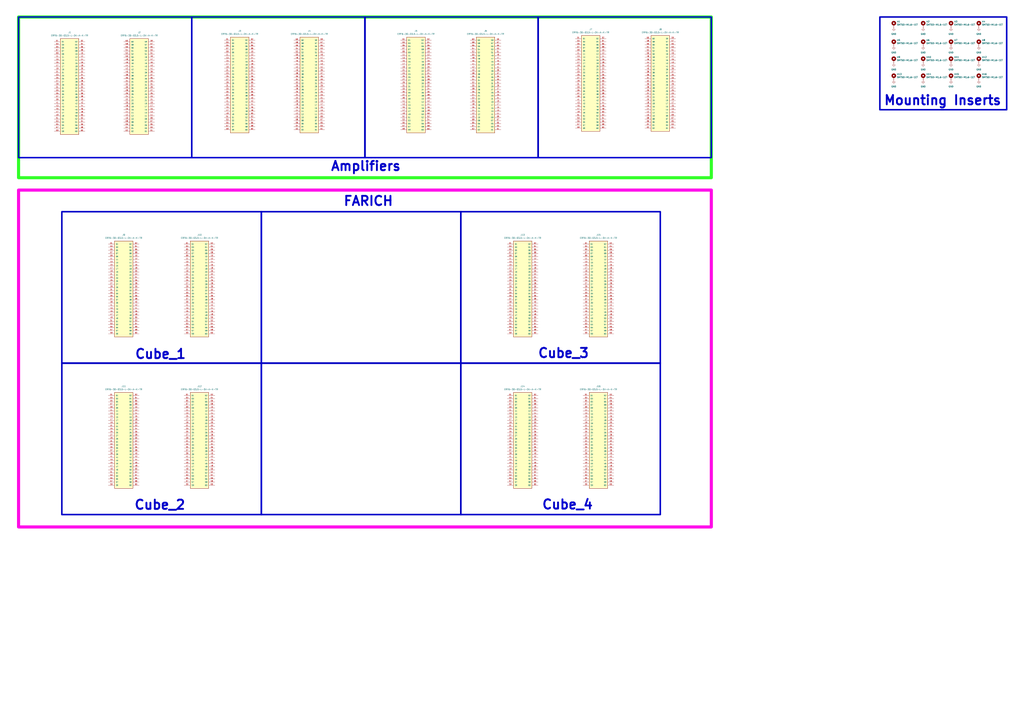
<source format=kicad_sch>
(kicad_sch (version 20250114) (generator "eeschema") (generator_version "9.0")
  (paper "A1")
  (title_block (title "Fiber - Main Board") (date "2025-12-09") (rev "0"))
  (lib_symbols
    (symbol "0-lib:ERF6-30-03.5-L-DV-A-K-TR" (pin_names (offset 1.016))
      (property "Reference" "J" (at -7.62 39.37 0))
      (property "Value" "ERF6-30-03.5-L-DV-A-K-TR" (at -7.62 -43.18 0))
      (symbol "ERF6-30-03.5-L-DV-A-K-TR_0_0"
        (rectangle (start -7.62 -40.64) (end 7.62 38.1) (stroke (width 0.254)) (fill (type background)))
        (pin passive line (at -12.7 35.56 0) (length 5.08) (name "01") (number "01"))
        (pin passive line (at -12.7 33.02 0) (length 5.08) (name "03") (number "03"))
        (pin passive line (at -12.7 30.48 0) (length 5.08) (name "05") (number "05"))
        (pin passive line (at -12.7 27.94 0) (length 5.08) (name "07") (number "07"))
        (pin passive line (at -12.7 25.4 0) (length 5.08) (name "09") (number "09"))
        (pin passive line (at -12.7 22.86 0) (length 5.08) (name "11") (number "11"))
        (pin passive line (at -12.7 20.32 0) (length 5.08) (name "13") (number "13"))
        (pin passive line (at -12.7 17.78 0) (length 5.08) (name "15") (number "15"))
        (pin passive line (at -12.7 15.24 0) (length 5.08) (name "17") (number "17"))
        (pin passive line (at -12.7 12.7 0) (length 5.08) (name "19") (number "19"))
        (pin passive line (at -12.7 10.16 0) (length 5.08) (name "21") (number "21"))
        (pin passive line (at -12.7 7.62 0) (length 5.08) (name "23") (number "23"))
        (pin passive line (at -12.7 5.08 0) (length 5.08) (name "25") (number "25"))
        (pin passive line (at -12.7 2.54 0) (length 5.08) (name "27") (number "27"))
        (pin passive line (at -12.7 0 0) (length 5.08) (name "29") (number "29"))
        (pin passive line (at -12.7 -2.54 0) (length 5.08) (name "31") (number "31"))
        (pin passive line (at -12.7 -5.08 0) (length 5.08) (name "33") (number "33"))
        (pin passive line (at -12.7 -7.62 0) (length 5.08) (name "35") (number "35"))
        (pin passive line (at -12.7 -10.16 0) (length 5.08) (name "37") (number "37"))
        (pin passive line (at -12.7 -12.7 0) (length 5.08) (name "39") (number "39"))
        (pin passive line (at -12.7 -15.24 0) (length 5.08) (name "41") (number "41"))
        (pin passive line (at -12.7 -17.78 0) (length 5.08) (name "43") (number "43"))
        (pin passive line (at -12.7 -20.32 0) (length 5.08) (name "45") (number "45"))
        (pin passive line (at -12.7 -22.86 0) (length 5.08) (name "47") (number "47"))
        (pin passive line (at -12.7 -25.4 0) (length 5.08) (name "49") (number "49"))
        (pin passive line (at -12.7 -27.94 0) (length 5.08) (name "51") (number "51"))
        (pin passive line (at -12.7 -30.48 0) (length 5.08) (name "53") (number "53"))
        (pin passive line (at -12.7 -33.02 0) (length 5.08) (name "55") (number "55"))
        (pin passive line (at -12.7 -35.56 0) (length 5.08) (name "57") (number "57"))
        (pin passive line (at -12.7 -38.1 0) (length 5.08) (name "59") (number "59"))
        (pin passive line (at 12.7 35.56 180) (length 5.08) (name "02") (number "02"))
        (pin passive line (at 12.7 33.02 180) (length 5.08) (name "04") (number "04"))
        (pin passive line (at 12.7 30.48 180) (length 5.08) (name "06") (number "06"))
        (pin passive line (at 12.7 27.94 180) (length 5.08) (name "08") (number "08"))
        (pin passive line (at 12.7 25.4 180) (length 5.08) (name "10") (number "10"))
        (pin passive line (at 12.7 22.86 180) (length 5.08) (name "12") (number "12"))
        (pin passive line (at 12.7 20.32 180) (length 5.08) (name "14") (number "14"))
        (pin passive line (at 12.7 17.78 180) (length 5.08) (name "16") (number "16"))
        (pin passive line (at 12.7 15.24 180) (length 5.08) (name "18") (number "18"))
        (pin passive line (at 12.7 12.7 180) (length 5.08) (name "20") (number "20"))
        (pin passive line (at 12.7 10.16 180) (length 5.08) (name "22") (number "22"))
        (pin passive line (at 12.7 7.62 180) (length 5.08) (name "24") (number "24"))
        (pin passive line (at 12.7 5.08 180) (length 5.08) (name "26") (number "26"))
        (pin passive line (at 12.7 2.54 180) (length 5.08) (name "28") (number "28"))
        (pin passive line (at 12.7 0 180) (length 5.08) (name "30") (number "30"))
        (pin passive line (at 12.7 -2.54 180) (length 5.08) (name "32") (number "32"))
        (pin passive line (at 12.7 -5.08 180) (length 5.08) (name "34") (number "34"))
        (pin passive line (at 12.7 -7.62 180) (length 5.08) (name "36") (number "36"))
        (pin passive line (at 12.7 -10.16 180) (length 5.08) (name "38") (number "38"))
        (pin passive line (at 12.7 -12.7 180) (length 5.08) (name "40") (number "40"))
        (pin passive line (at 12.7 -15.24 180) (length 5.08) (name "42") (number "42"))
        (pin passive line (at 12.7 -17.78 180) (length 5.08) (name "44") (number "44"))
        (pin passive line (at 12.7 -20.32 180) (length 5.08) (name "46") (number "46"))
        (pin passive line (at 12.7 -22.86 180) (length 5.08) (name "48") (number "48"))
        (pin passive line (at 12.7 -25.4 180) (length 5.08) (name "50") (number "50"))
        (pin passive line (at 12.7 -27.94 180) (length 5.08) (name "52") (number "52"))
        (pin passive line (at 12.7 -30.48 180) (length 5.08) (name "54") (number "54"))
        (pin passive line (at 12.7 -33.02 180) (length 5.08) (name "56") (number "56"))
        (pin passive line (at 12.7 -35.56 180) (length 5.08) (name "58") (number "58"))
        (pin passive line (at 12.7 -38.1 180) (length 5.08) (name "60") (number "60"))
      )
    )
    (symbol "Mechanical:MountingHole_Pad" (pin_numbers (hide yes)) (pin_names (offset 1.016) (hide yes)) (in_bom no)
      (property "Reference" "H" (at 0 6.35 0))
      (property "Value" "MountingHole_Pad" (at 0 4.445 0))
      (symbol "MountingHole_Pad_0_1"
        (circle (center 0 1.27) (radius 1.27) (stroke (width 1.27)))
      )
      (symbol "MountingHole_Pad_1_1"
        (pin input line (at 0 -2.54 90) (length 2.54) (name "1") (number "1"))
      )
    )
    (symbol "power:GND" (power) (pin_numbers (hide yes)) (pin_names (offset 0) (hide yes))
      (property "Value" "GND" (at 0 -3.81 0))
      (symbol "GND_0_1"
        (polyline (pts (xy 0 0) (xy 0 -1.27) (xy 1.27 -1.27) (xy 0 -2.54) (xy -1.27 -1.27) (xy 0 -1.27)))
      )
      (symbol "GND_1_1"
        (pin power_in line (at 0 0 270) (length 0) (name "~") (number "1"))
      )
    )
  )
  (rectangle (start 378.46 298.45) (end 542.29 422.91) (stroke (width 1.27)))
  (rectangle (start 722.63 13.97) (end 826.77 90.17) (stroke (width 1.27)))
  (rectangle (start 15.24 13.97) (end 157.48 129.54) (stroke (width 1.27)))
  (rectangle (start 299.72 13.97) (end 441.96 129.54) (stroke (width 1.27)))
  (rectangle (start 378.46 173.99) (end 542.29 298.45) (stroke (width 1.27)))
  (rectangle (start 214.63 298.45) (end 378.46 422.91) (stroke (width 1.27)))
  (rectangle (start 15.24 13.97) (end 584.2 146.05) (stroke (width 2.54) (color 45 255 35 1)))
  (rectangle (start 214.63 173.99) (end 378.46 298.45) (stroke (width 1.27)))
  (rectangle (start 50.8 298.45) (end 214.63 422.91) (stroke (width 1.27)))
  (rectangle (start 15.24 156.21) (end 584.2 433.07) (stroke (width 2.54) (color 255 6 227 1)))
  (rectangle (start 157.48 13.97) (end 299.72 129.54) (stroke (width 1.27)))
  (rectangle (start 441.96 13.97) (end 584.2 129.54) (stroke (width 1.27)))
  (rectangle (start 50.8 173.99) (end 214.63 298.45) (stroke (width 1.27)))
  (text "Amplifiers" (at 300.482 136.652 0) (effects (font (size 7.62 7.62) (thickness 1.524) (bold yes))))
  (text "FARICH" (at 302.514 165.354 0) (effects (font (size 7.62 7.62) (thickness 1.524) (bold yes))))
  (text "Cube_4" (at 466.09 414.782 0) (effects (font (size 7.62 7.62) (thickness 1.524) (bold yes))))
  (text "Cube_1" (at 131.826 291.084 0) (effects (font (size 7.62 7.62) (thickness 1.524) (bold yes))))
  (text "Cube_3" (at 462.788 290.322 0) (effects (font (size 7.62 7.62) (thickness 1.524) (bold yes))))
  (text "Mounting Inserts" (at 774.192 82.55 0) (effects (font (size 7.62 7.62) (thickness 1.524) (bold yes))))
  (text "Cube_2" (at 131.318 415.036 0) (effects (font (size 7.62 7.62) (thickness 1.524) (bold yes))))
  (symbol (lib_id "0-lib:ERF6-30-03.5-L-DV-A-K-TR") (at 163.83 360.68 0) (unit 1)
    (property "Reference" "J12" (at 163.83 317.5 0))
    (property "Value" "ERF6-30-03.5-L-DV-A-K-TR" (at 163.83 320.04 0))
    (property "Footprint" "0-lib:SAMTEC_ERF6-30-03.5-L-DV-A-K-TR" (effects (hide yes)))
    (property "PARTREV" "A" (effects (hide yes)))
    (property "STANDARD" "Manufacturer recommendations" (effects (hide yes)))
    (property "MAXIMUM_PACKAGE_HEIGHT" "3.73mm" (effects (hide yes)))
    (property "MANUFACTURER" "Samtec" (effects (hide yes)))
  )
  (symbol (lib_id "0-lib:ERF6-30-03.5-L-DV-A-K-TR") (at 101.6 236.22 0) (unit 1)
    (property "Reference" "J9" (at 101.6 193.04 0))
    (property "Value" "ERF6-30-03.5-L-DV-A-K-TR" (at 101.6 195.58 0))
    (property "Footprint" "0-lib:SAMTEC_ERF6-30-03.5-L-DV-A-K-TR" (effects (hide yes)))
    (property "PARTREV" "A" (effects (hide yes)))
    (property "STANDARD" "Manufacturer recommendations" (effects (hide yes)))
    (property "MAXIMUM_PACKAGE_HEIGHT" "3.73mm" (effects (hide yes)))
    (property "MANUFACTURER" "Samtec" (effects (hide yes)))
  )
  (symbol (lib_id "Mechanical:MountingHole_Pad") (at 803.91 63.5 0) (unit 1) (in_bom no)
    (property "Reference" "H16" (at 806.45 60.9599 0) (effects (justify left)))
    (property "Value" "SMTSO-M1.6-1ET" (at 806.45 63.4999 0) (effects (justify left)))
    (property "Footprint" "0-lib:insert" (effects (hide yes)))
    (property "Description" "Mounting Hole with connection" (effects (hide yes)))
  )
  (symbol (lib_id "0-lib:ERF6-30-03.5-L-DV-A-K-TR") (at 429.26 236.22 0) (unit 1)
    (property "Reference" "J13" (at 429.26 193.04 0))
    (property "Value" "ERF6-30-03.5-L-DV-A-K-TR" (at 429.26 195.58 0))
    (property "Footprint" "0-lib:SAMTEC_ERF6-30-03.5-L-DV-A-K-TR" (effects (hide yes)))
    (property "PARTREV" "A" (effects (hide yes)))
    (property "STANDARD" "Manufacturer recommendations" (effects (hide yes)))
    (property "MAXIMUM_PACKAGE_HEIGHT" "3.73mm" (effects (hide yes)))
    (property "MANUFACTURER" "Samtec" (effects (hide yes)))
  )
  (symbol (lib_id "power:GND") (at 734.06 66.04 0) (unit 1)
    (property "Reference" "#PWR013" (effects (hide yes)))
    (property "Value" "GND" (at 734.06 71.12 0))
    (property "Description" "Power symbol creates a global label with name \"GND\" , ground" (effects (hide yes)))
  )
  (symbol (lib_id "Mechanical:MountingHole_Pad") (at 803.91 20.32 0) (unit 1) (in_bom no)
    (property "Reference" "H4" (at 806.45 17.7799 0) (effects (justify left)))
    (property "Value" "SMTSO-M1.6-1ET" (at 806.45 20.3199 0) (effects (justify left)))
    (property "Footprint" "0-lib:insert" (effects (hide yes)))
    (property "Description" "Mounting Hole with connection" (effects (hide yes)))
  )
  (symbol (lib_id "power:GND") (at 803.91 38.1 0) (unit 1)
    (property "Reference" "#PWR08" (effects (hide yes)))
    (property "Value" "GND" (at 803.91 43.18 0))
    (property "Description" "Power symbol creates a global label with name \"GND\" , ground" (effects (hide yes)))
  )
  (symbol (lib_id "0-lib:ERF6-30-03.5-L-DV-A-K-TR") (at 114.3 72.39 180) (unit 1)
    (property "Reference" "J2" (at 114.3 26.67 0))
    (property "Value" "ERF6-30-03.5-L-DV-A-K-TR" (at 114.3 29.21 0))
    (property "Footprint" "0-lib:SAMTEC_ERF6-30-03.5-L-DV-A-K-TR" (effects (hide yes)))
    (property "PARTREV" "A" (effects (hide yes)))
    (property "STANDARD" "Manufacturer recommendations" (effects (hide yes)))
    (property "MAXIMUM_PACKAGE_HEIGHT" "3.73mm" (effects (hide yes)))
    (property "MANUFACTURER" "Samtec" (effects (hide yes)))
  )
  (symbol (lib_id "power:GND") (at 781.05 66.04 0) (unit 1)
    (property "Reference" "#PWR015" (effects (hide yes)))
    (property "Value" "GND" (at 781.05 71.12 0))
    (property "Description" "Power symbol creates a global label with name \"GND\" , ground" (effects (hide yes)))
  )
  (symbol (lib_id "0-lib:ERF6-30-03.5-L-DV-A-K-TR") (at 542.29 69.85 180) (unit 1)
    (property "Reference" "J8" (at 542.29 24.13 0))
    (property "Value" "ERF6-30-03.5-L-DV-A-K-TR" (at 542.29 26.67 0))
    (property "Footprint" "0-lib:SAMTEC_ERF6-30-03.5-L-DV-A-K-TR" (effects (hide yes)))
    (property "PARTREV" "A" (effects (hide yes)))
    (property "STANDARD" "Manufacturer recommendations" (effects (hide yes)))
    (property "MAXIMUM_PACKAGE_HEIGHT" "3.73mm" (effects (hide yes)))
    (property "MANUFACTURER" "Samtec" (effects (hide yes)))
  )
  (symbol (lib_id "Mechanical:MountingHole_Pad") (at 734.06 49.53 0) (unit 1) (in_bom no)
    (property "Reference" "H9" (at 736.6 46.9899 0) (effects (justify left)))
    (property "Value" "SMTSO-M1.6-1ET" (at 736.6 49.5299 0) (effects (justify left)))
    (property "Footprint" "0-lib:insert" (effects (hide yes)))
    (property "Description" "Mounting Hole with connection" (effects (hide yes)))
  )
  (symbol (lib_id "power:GND") (at 734.06 22.86 0) (unit 1)
    (property "Reference" "#PWR01" (effects (hide yes)))
    (property "Value" "GND" (at 734.06 27.94 0))
    (property "Description" "Power symbol creates a global label with name \"GND\" , ground" (effects (hide yes)))
  )
  (symbol (lib_id "power:GND") (at 758.19 38.1 0) (unit 1)
    (property "Reference" "#PWR06" (effects (hide yes)))
    (property "Value" "GND" (at 758.19 43.18 0))
    (property "Description" "Power symbol creates a global label with name \"GND\" , ground" (effects (hide yes)))
  )
  (symbol (lib_id "Mechanical:MountingHole_Pad") (at 758.19 35.56 0) (unit 1) (in_bom no)
    (property "Reference" "H6" (at 760.73 33.0199 0) (effects (justify left)))
    (property "Value" "SMTSO-M1.6-1ET" (at 760.73 35.5599 0) (effects (justify left)))
    (property "Footprint" "0-lib:insert" (effects (hide yes)))
    (property "Description" "Mounting Hole with connection" (effects (hide yes)))
  )
  (symbol (lib_id "power:GND") (at 803.91 22.86 0) (unit 1)
    (property "Reference" "#PWR04" (effects (hide yes)))
    (property "Value" "GND" (at 803.91 27.94 0))
    (property "Description" "Power symbol creates a global label with name \"GND\" , ground" (effects (hide yes)))
  )
  (symbol (lib_id "0-lib:ERF6-30-03.5-L-DV-A-K-TR") (at 254 71.12 180) (unit 1)
    (property "Reference" "J4" (at 254 25.4 0))
    (property "Value" "ERF6-30-03.5-L-DV-A-K-TR" (at 254 27.94 0))
    (property "Footprint" "0-lib:SAMTEC_ERF6-30-03.5-L-DV-A-K-TR" (effects (hide yes)))
    (property "PARTREV" "A" (effects (hide yes)))
    (property "STANDARD" "Manufacturer recommendations" (effects (hide yes)))
    (property "MAXIMUM_PACKAGE_HEIGHT" "3.73mm" (effects (hide yes)))
    (property "MANUFACTURER" "Samtec" (effects (hide yes)))
  )
  (symbol (lib_id "power:GND") (at 758.19 52.07 0) (unit 1)
    (property "Reference" "#PWR010" (effects (hide yes)))
    (property "Value" "GND" (at 758.19 57.15 0))
    (property "Description" "Power symbol creates a global label with name \"GND\" , ground" (effects (hide yes)))
  )
  (symbol (lib_id "Mechanical:MountingHole_Pad") (at 803.91 49.53 0) (unit 1) (in_bom no)
    (property "Reference" "H12" (at 806.45 46.9899 0) (effects (justify left)))
    (property "Value" "SMTSO-M1.6-1ET" (at 806.45 49.5299 0) (effects (justify left)))
    (property "Footprint" "0-lib:insert" (effects (hide yes)))
    (property "Description" "Mounting Hole with connection" (effects (hide yes)))
  )
  (symbol (lib_id "0-lib:ERF6-30-03.5-L-DV-A-K-TR") (at 196.85 68.58 0) (unit 1)
    (property "Reference" "J3" (at 196.85 25.4 0))
    (property "Value" "ERF6-30-03.5-L-DV-A-K-TR" (at 196.85 27.94 0))
    (property "Footprint" "0-lib:SAMTEC_ERF6-30-03.5-L-DV-A-K-TR" (effects (hide yes)))
    (property "PARTREV" "A" (effects (hide yes)))
    (property "STANDARD" "Manufacturer recommendations" (effects (hide yes)))
    (property "MAXIMUM_PACKAGE_HEIGHT" "3.73mm" (effects (hide yes)))
    (property "MANUFACTURER" "Samtec" (effects (hide yes)))
  )
  (symbol (lib_id "0-lib:ERF6-30-03.5-L-DV-A-K-TR") (at 163.83 236.22 0) (unit 1)
    (property "Reference" "J10" (at 163.83 193.04 0))
    (property "Value" "ERF6-30-03.5-L-DV-A-K-TR" (at 163.83 195.58 0))
    (property "Footprint" "0-lib:SAMTEC_ERF6-30-03.5-L-DV-A-K-TR" (effects (hide yes)))
    (property "PARTREV" "A" (effects (hide yes)))
    (property "STANDARD" "Manufacturer recommendations" (effects (hide yes)))
    (property "MAXIMUM_PACKAGE_HEIGHT" "3.73mm" (effects (hide yes)))
    (property "MANUFACTURER" "Samtec" (effects (hide yes)))
  )
  (symbol (lib_id "Mechanical:MountingHole_Pad") (at 734.06 20.32 0) (unit 1) (in_bom no)
    (property "Reference" "H1" (at 736.6 17.7799 0) (effects (justify left)))
    (property "Value" "SMTSO-M1.6-1ET" (at 736.6 20.3199 0) (effects (justify left)))
    (property "Footprint" "0-lib:insert" (effects (hide yes)))
    (property "Description" "Mounting Hole with connection" (effects (hide yes)))
  )
  (symbol (lib_id "0-lib:ERF6-30-03.5-L-DV-A-K-TR") (at 341.63 68.58 0) (unit 1)
    (property "Reference" "J5" (at 341.63 25.4 0))
    (property "Value" "ERF6-30-03.5-L-DV-A-K-TR" (at 341.63 27.94 0))
    (property "Footprint" "0-lib:SAMTEC_ERF6-30-03.5-L-DV-A-K-TR" (effects (hide yes)))
    (property "PARTREV" "A" (effects (hide yes)))
    (property "STANDARD" "Manufacturer recommendations" (effects (hide yes)))
    (property "MAXIMUM_PACKAGE_HEIGHT" "3.73mm" (effects (hide yes)))
    (property "MANUFACTURER" "Samtec" (effects (hide yes)))
  )
  (symbol (lib_id "0-lib:ERF6-30-03.5-L-DV-A-K-TR") (at 491.49 236.22 0) (unit 1)
    (property "Reference" "J15" (at 491.49 193.04 0))
    (property "Value" "ERF6-30-03.5-L-DV-A-K-TR" (at 491.49 195.58 0))
    (property "Footprint" "0-lib:SAMTEC_ERF6-30-03.5-L-DV-A-K-TR" (effects (hide yes)))
    (property "PARTREV" "A" (effects (hide yes)))
    (property "STANDARD" "Manufacturer recommendations" (effects (hide yes)))
    (property "MAXIMUM_PACKAGE_HEIGHT" "3.73mm" (effects (hide yes)))
    (property "MANUFACTURER" "Samtec" (effects (hide yes)))
  )
  (symbol (lib_id "Mechanical:MountingHole_Pad") (at 781.05 20.32 0) (unit 1) (in_bom no)
    (property "Reference" "H3" (at 783.59 17.7799 0) (effects (justify left)))
    (property "Value" "SMTSO-M1.6-1ET" (at 783.59 20.3199 0) (effects (justify left)))
    (property "Footprint" "0-lib:insert" (effects (hide yes)))
    (property "Description" "Mounting Hole with connection" (effects (hide yes)))
  )
  (symbol (lib_id "power:GND") (at 758.19 22.86 0) (unit 1)
    (property "Reference" "#PWR02" (effects (hide yes)))
    (property "Value" "GND" (at 758.19 27.94 0))
    (property "Description" "Power symbol creates a global label with name \"GND\" , ground" (effects (hide yes)))
  )
  (symbol (lib_id "0-lib:ERF6-30-03.5-L-DV-A-K-TR") (at 491.49 360.68 0) (unit 1)
    (property "Reference" "J16" (at 491.49 317.5 0))
    (property "Value" "ERF6-30-03.5-L-DV-A-K-TR" (at 491.49 320.04 0))
    (property "Footprint" "0-lib:SAMTEC_ERF6-30-03.5-L-DV-A-K-TR" (effects (hide yes)))
    (property "PARTREV" "A" (effects (hide yes)))
    (property "STANDARD" "Manufacturer recommendations" (effects (hide yes)))
    (property "MAXIMUM_PACKAGE_HEIGHT" "3.73mm" (effects (hide yes)))
    (property "MANUFACTURER" "Samtec" (effects (hide yes)))
  )
  (symbol (lib_id "Mechanical:MountingHole_Pad") (at 781.05 35.56 0) (unit 1) (in_bom no)
    (property "Reference" "H7" (at 783.59 33.0199 0) (effects (justify left)))
    (property "Value" "SMTSO-M1.6-1ET" (at 783.59 35.5599 0) (effects (justify left)))
    (property "Footprint" "0-lib:insert" (effects (hide yes)))
    (property "Description" "Mounting Hole with connection" (effects (hide yes)))
  )
  (symbol (lib_id "Mechanical:MountingHole_Pad") (at 781.05 49.53 0) (unit 1) (in_bom no)
    (property "Reference" "H11" (at 783.59 46.9899 0) (effects (justify left)))
    (property "Value" "SMTSO-M1.6-1ET" (at 783.59 49.5299 0) (effects (justify left)))
    (property "Footprint" "0-lib:insert" (effects (hide yes)))
    (property "Description" "Mounting Hole with connection" (effects (hide yes)))
  )
  (symbol (lib_id "0-lib:ERF6-30-03.5-L-DV-A-K-TR") (at 485.14 67.31 0) (unit 1)
    (property "Reference" "J7" (at 485.14 24.13 0))
    (property "Value" "ERF6-30-03.5-L-DV-A-K-TR" (at 485.14 26.67 0))
    (property "Footprint" "0-lib:SAMTEC_ERF6-30-03.5-L-DV-A-K-TR" (effects (hide yes)))
    (property "PARTREV" "A" (effects (hide yes)))
    (property "STANDARD" "Manufacturer recommendations" (effects (hide yes)))
    (property "MAXIMUM_PACKAGE_HEIGHT" "3.73mm" (effects (hide yes)))
    (property "MANUFACTURER" "Samtec" (effects (hide yes)))
  )
  (symbol (lib_id "power:GND") (at 781.05 38.1 0) (unit 1)
    (property "Reference" "#PWR07" (effects (hide yes)))
    (property "Value" "GND" (at 781.05 43.18 0))
    (property "Description" "Power symbol creates a global label with name \"GND\" , ground" (effects (hide yes)))
  )
  (symbol (lib_id "0-lib:ERF6-30-03.5-L-DV-A-K-TR") (at 57.15 69.85 0) (unit 1)
    (property "Reference" "J1" (at 57.15 26.67 0))
    (property "Value" "ERF6-30-03.5-L-DV-A-K-TR" (at 57.15 29.21 0))
    (property "Footprint" "0-lib:SAMTEC_ERF6-30-03.5-L-DV-A-K-TR" (effects (hide yes)))
    (property "PARTREV" "A" (effects (hide yes)))
    (property "STANDARD" "Manufacturer recommendations" (effects (hide yes)))
    (property "MAXIMUM_PACKAGE_HEIGHT" "3.73mm" (effects (hide yes)))
    (property "MANUFACTURER" "Samtec" (effects (hide yes)))
  )
  (symbol (lib_id "0-lib:ERF6-30-03.5-L-DV-A-K-TR") (at 101.6 360.68 0) (unit 1)
    (property "Reference" "J11" (at 101.6 317.5 0))
    (property "Value" "ERF6-30-03.5-L-DV-A-K-TR" (at 101.6 320.04 0))
    (property "Footprint" "0-lib:SAMTEC_ERF6-30-03.5-L-DV-A-K-TR" (effects (hide yes)))
    (property "PARTREV" "A" (effects (hide yes)))
    (property "STANDARD" "Manufacturer recommendations" (effects (hide yes)))
    (property "MAXIMUM_PACKAGE_HEIGHT" "3.73mm" (effects (hide yes)))
    (property "MANUFACTURER" "Samtec" (effects (hide yes)))
  )
  (symbol (lib_id "power:GND") (at 734.06 38.1 0) (unit 1)
    (property "Reference" "#PWR05" (effects (hide yes)))
    (property "Value" "GND" (at 734.06 43.18 0))
    (property "Description" "Power symbol creates a global label with name \"GND\" , ground" (effects (hide yes)))
  )
  (symbol (lib_id "Mechanical:MountingHole_Pad") (at 758.19 49.53 0) (unit 1) (in_bom no)
    (property "Reference" "H10" (at 760.73 46.9899 0) (effects (justify left)))
    (property "Value" "SMTSO-M1.6-1ET" (at 760.73 49.5299 0) (effects (justify left)))
    (property "Footprint" "0-lib:insert" (effects (hide yes)))
    (property "Description" "Mounting Hole with connection" (effects (hide yes)))
  )
  (symbol (lib_id "Mechanical:MountingHole_Pad") (at 781.05 63.5 0) (unit 1) (in_bom no)
    (property "Reference" "H15" (at 783.59 60.9599 0) (effects (justify left)))
    (property "Value" "SMTSO-M1.6-1ET" (at 783.59 63.4999 0) (effects (justify left)))
    (property "Footprint" "0-lib:insert" (effects (hide yes)))
    (property "Description" "Mounting Hole with connection" (effects (hide yes)))
  )
  (symbol (lib_id "power:GND") (at 803.91 66.04 0) (unit 1)
    (property "Reference" "#PWR016" (effects (hide yes)))
    (property "Value" "GND" (at 803.91 71.12 0))
    (property "Description" "Power symbol creates a global label with name \"GND\" , ground" (effects (hide yes)))
  )
  (symbol (lib_id "Mechanical:MountingHole_Pad") (at 734.06 63.5 0) (unit 1) (in_bom no)
    (property "Reference" "H13" (at 736.6 60.9599 0) (effects (justify left)))
    (property "Value" "SMTSO-M1.6-1ET" (at 736.6 63.4999 0) (effects (justify left)))
    (property "Footprint" "0-lib:insert" (effects (hide yes)))
    (property "Description" "Mounting Hole with connection" (effects (hide yes)))
  )
  (symbol (lib_id "Mechanical:MountingHole_Pad") (at 758.19 20.32 0) (unit 1) (in_bom no)
    (property "Reference" "H2" (at 760.73 17.7799 0) (effects (justify left)))
    (property "Value" "SMTSO-M1.6-1ET" (at 760.73 20.3199 0) (effects (justify left)))
    (property "Footprint" "0-lib:insert" (effects (hide yes)))
    (property "Description" "Mounting Hole with connection" (effects (hide yes)))
  )
  (symbol (lib_id "0-lib:ERF6-30-03.5-L-DV-A-K-TR") (at 398.78 71.12 180) (unit 1)
    (property "Reference" "J6" (at 398.78 25.4 0))
    (property "Value" "ERF6-30-03.5-L-DV-A-K-TR" (at 398.78 27.94 0))
    (property "Footprint" "0-lib:SAMTEC_ERF6-30-03.5-L-DV-A-K-TR" (effects (hide yes)))
    (property "PARTREV" "A" (effects (hide yes)))
    (property "STANDARD" "Manufacturer recommendations" (effects (hide yes)))
    (property "MAXIMUM_PACKAGE_HEIGHT" "3.73mm" (effects (hide yes)))
    (property "MANUFACTURER" "Samtec" (effects (hide yes)))
  )
  (symbol (lib_id "0-lib:ERF6-30-03.5-L-DV-A-K-TR") (at 429.26 360.68 0) (unit 1)
    (property "Reference" "J14" (at 429.26 317.5 0))
    (property "Value" "ERF6-30-03.5-L-DV-A-K-TR" (at 429.26 320.04 0))
    (property "Footprint" "0-lib:SAMTEC_ERF6-30-03.5-L-DV-A-K-TR" (effects (hide yes)))
    (property "PARTREV" "A" (effects (hide yes)))
    (property "STANDARD" "Manufacturer recommendations" (effects (hide yes)))
    (property "MAXIMUM_PACKAGE_HEIGHT" "3.73mm" (effects (hide yes)))
    (property "MANUFACTURER" "Samtec" (effects (hide yes)))
  )
  (symbol (lib_id "power:GND") (at 803.91 52.07 0) (unit 1)
    (property "Reference" "#PWR012" (effects (hide yes)))
    (property "Value" "GND" (at 803.91 57.15 0))
    (property "Description" "Power symbol creates a global label with name \"GND\" , ground" (effects (hide yes)))
  )
  (symbol (lib_id "power:GND") (at 781.05 22.86 0) (unit 1)
    (property "Reference" "#PWR03" (effects (hide yes)))
    (property "Value" "GND" (at 781.05 27.94 0))
    (property "Description" "Power symbol creates a global label with name \"GND\" , ground" (effects (hide yes)))
  )
  (symbol (lib_id "Mechanical:MountingHole_Pad") (at 758.19 63.5 0) (unit 1) (in_bom no)
    (property "Reference" "H14" (at 760.73 60.9599 0) (effects (justify left)))
    (property "Value" "SMTSO-M1.6-1ET" (at 760.73 63.4999 0) (effects (justify left)))
    (property "Footprint" "0-lib:insert" (effects (hide yes)))
    (property "Description" "Mounting Hole with connection" (effects (hide yes)))
  )
  (symbol (lib_id "power:GND") (at 734.06 52.07 0) (unit 1)
    (property "Reference" "#PWR09" (effects (hide yes)))
    (property "Value" "GND" (at 734.06 57.15 0))
    (property "Description" "Power symbol creates a global label with name \"GND\" , ground" (effects (hide yes)))
  )
  (symbol (lib_id "power:GND") (at 758.19 66.04 0) (unit 1)
    (property "Reference" "#PWR014" (effects (hide yes)))
    (property "Value" "GND" (at 758.19 71.12 0))
    (property "Description" "Power symbol creates a global label with name \"GND\" , ground" (effects (hide yes)))
  )
  (symbol (lib_id "Mechanical:MountingHole_Pad") (at 734.06 35.56 0) (unit 1) (in_bom no)
    (property "Reference" "H5" (at 736.6 33.0199 0) (effects (justify left)))
    (property "Value" "SMTSO-M1.6-1ET" (at 736.6 35.5599 0) (effects (justify left)))
    (property "Footprint" "0-lib:insert" (effects (hide yes)))
    (property "Description" "Mounting Hole with connection" (effects (hide yes)))
  )
  (symbol (lib_id "Mechanical:MountingHole_Pad") (at 803.91 35.56 0) (unit 1) (in_bom no)
    (property "Reference" "H8" (at 806.45 33.0199 0) (effects (justify left)))
    (property "Value" "SMTSO-M1.6-1ET" (at 806.45 35.5599 0) (effects (justify left)))
    (property "Footprint" "0-lib:insert" (effects (hide yes)))
    (property "Description" "Mounting Hole with connection" (effects (hide yes)))
  )
  (symbol (lib_id "power:GND") (at 781.05 52.07 0) (unit 1)
    (property "Reference" "#PWR011" (effects (hide yes)))
    (property "Value" "GND" (at 781.05 57.15 0))
    (property "Description" "Power symbol creates a global label with name \"GND\" , ground" (effects (hide yes)))
  )
)
</source>
